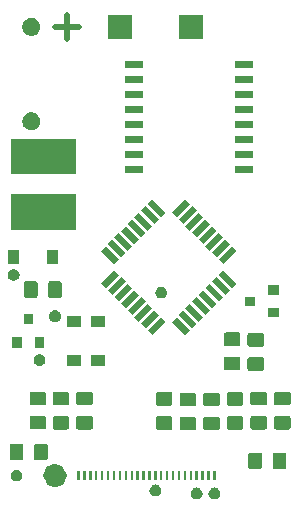
<source format=gbr>
G04 #@! TF.GenerationSoftware,KiCad,Pcbnew,5.1.0-060a0da~80~ubuntu18.04.1*
G04 #@! TF.CreationDate,2019-04-02T19:21:11+08:00*
G04 #@! TF.ProjectId,OTP-v02,4f54502d-7630-4322-9e6b-696361645f70,v01*
G04 #@! TF.SameCoordinates,Original*
G04 #@! TF.FileFunction,Soldermask,Top*
G04 #@! TF.FilePolarity,Negative*
%FSLAX46Y46*%
G04 Gerber Fmt 4.6, Leading zero omitted, Abs format (unit mm)*
G04 Created by KiCad (PCBNEW 5.1.0-060a0da~80~ubuntu18.04.1) date 2019-04-02 19:21:11*
%MOMM*%
%LPD*%
G04 APERTURE LIST*
%ADD10C,1.000000*%
%ADD11C,0.500000*%
%ADD12C,0.100000*%
G04 APERTURE END LIST*
D10*
X111000000Y-99000000D02*
G75*
G03X111000000Y-99000000I-500000J0D01*
G01*
D11*
X110500000Y-61000000D02*
X112500000Y-61000000D01*
X111500000Y-62000000D02*
X111500000Y-60000000D01*
D12*
G36*
X124145843Y-100019214D02*
G01*
X124145846Y-100019215D01*
X124145845Y-100019215D01*
X124236839Y-100056906D01*
X124278063Y-100084451D01*
X124318730Y-100111624D01*
X124388376Y-100181270D01*
X124443095Y-100263163D01*
X124480786Y-100354157D01*
X124500000Y-100450753D01*
X124500000Y-100549247D01*
X124480786Y-100645843D01*
X124445602Y-100730785D01*
X124443094Y-100736839D01*
X124388375Y-100818731D01*
X124318731Y-100888375D01*
X124236839Y-100943094D01*
X124236838Y-100943095D01*
X124236837Y-100943095D01*
X124145843Y-100980786D01*
X124049247Y-101000000D01*
X123950753Y-101000000D01*
X123854157Y-100980786D01*
X123763163Y-100943095D01*
X123763162Y-100943095D01*
X123763161Y-100943094D01*
X123681269Y-100888375D01*
X123611625Y-100818731D01*
X123556906Y-100736839D01*
X123554398Y-100730785D01*
X123519214Y-100645843D01*
X123500000Y-100549247D01*
X123500000Y-100450753D01*
X123519214Y-100354157D01*
X123556905Y-100263163D01*
X123611624Y-100181270D01*
X123681270Y-100111624D01*
X123721937Y-100084451D01*
X123763161Y-100056906D01*
X123854155Y-100019215D01*
X123854154Y-100019215D01*
X123854157Y-100019214D01*
X123950753Y-100000000D01*
X124049247Y-100000000D01*
X124145843Y-100019214D01*
X124145843Y-100019214D01*
G37*
G36*
X122645843Y-100019214D02*
G01*
X122645846Y-100019215D01*
X122645845Y-100019215D01*
X122736839Y-100056906D01*
X122778063Y-100084451D01*
X122818730Y-100111624D01*
X122888376Y-100181270D01*
X122943095Y-100263163D01*
X122980786Y-100354157D01*
X123000000Y-100450753D01*
X123000000Y-100549247D01*
X122980786Y-100645843D01*
X122945602Y-100730785D01*
X122943094Y-100736839D01*
X122888375Y-100818731D01*
X122818731Y-100888375D01*
X122736839Y-100943094D01*
X122736838Y-100943095D01*
X122736837Y-100943095D01*
X122645843Y-100980786D01*
X122549247Y-101000000D01*
X122450753Y-101000000D01*
X122354157Y-100980786D01*
X122263163Y-100943095D01*
X122263162Y-100943095D01*
X122263161Y-100943094D01*
X122181269Y-100888375D01*
X122111625Y-100818731D01*
X122056906Y-100736839D01*
X122054398Y-100730785D01*
X122019214Y-100645843D01*
X122000000Y-100549247D01*
X122000000Y-100450753D01*
X122019214Y-100354157D01*
X122056905Y-100263163D01*
X122111624Y-100181270D01*
X122181270Y-100111624D01*
X122221937Y-100084451D01*
X122263161Y-100056906D01*
X122354155Y-100019215D01*
X122354154Y-100019215D01*
X122354157Y-100019214D01*
X122450753Y-100000000D01*
X122549247Y-100000000D01*
X122645843Y-100019214D01*
X122645843Y-100019214D01*
G37*
G36*
X119145843Y-99769214D02*
G01*
X119145846Y-99769215D01*
X119145845Y-99769215D01*
X119236839Y-99806906D01*
X119278063Y-99834451D01*
X119318730Y-99861624D01*
X119388376Y-99931270D01*
X119443095Y-100013163D01*
X119480786Y-100104157D01*
X119500000Y-100200753D01*
X119500000Y-100299247D01*
X119480786Y-100395843D01*
X119443095Y-100486837D01*
X119388376Y-100568730D01*
X119318730Y-100638376D01*
X119278063Y-100665549D01*
X119236839Y-100693094D01*
X119236838Y-100693095D01*
X119236837Y-100693095D01*
X119145843Y-100730786D01*
X119049247Y-100750000D01*
X118950753Y-100750000D01*
X118854157Y-100730786D01*
X118763163Y-100693095D01*
X118763162Y-100693095D01*
X118763161Y-100693094D01*
X118721937Y-100665549D01*
X118681270Y-100638376D01*
X118611624Y-100568730D01*
X118556905Y-100486837D01*
X118519214Y-100395843D01*
X118500000Y-100299247D01*
X118500000Y-100200753D01*
X118519214Y-100104157D01*
X118556905Y-100013163D01*
X118611624Y-99931270D01*
X118681270Y-99861624D01*
X118721937Y-99834451D01*
X118763161Y-99806906D01*
X118854155Y-99769215D01*
X118854154Y-99769215D01*
X118854157Y-99769214D01*
X118950753Y-99750000D01*
X119049247Y-99750000D01*
X119145843Y-99769214D01*
X119145843Y-99769214D01*
G37*
G36*
X107395843Y-98519214D02*
G01*
X107395846Y-98519215D01*
X107395845Y-98519215D01*
X107486839Y-98556906D01*
X107528063Y-98584451D01*
X107568730Y-98611624D01*
X107638376Y-98681270D01*
X107693095Y-98763163D01*
X107730786Y-98854157D01*
X107750000Y-98950753D01*
X107750000Y-99049247D01*
X107730786Y-99145843D01*
X107730785Y-99145845D01*
X107693094Y-99236839D01*
X107638375Y-99318731D01*
X107568731Y-99388375D01*
X107486839Y-99443094D01*
X107486838Y-99443095D01*
X107486837Y-99443095D01*
X107395843Y-99480786D01*
X107299247Y-99500000D01*
X107200753Y-99500000D01*
X107104157Y-99480786D01*
X107013163Y-99443095D01*
X107013162Y-99443095D01*
X107013161Y-99443094D01*
X106931269Y-99388375D01*
X106861625Y-99318731D01*
X106806906Y-99236839D01*
X106769215Y-99145845D01*
X106769214Y-99145843D01*
X106750000Y-99049247D01*
X106750000Y-98950753D01*
X106769214Y-98854157D01*
X106806905Y-98763163D01*
X106861624Y-98681270D01*
X106931270Y-98611624D01*
X106971937Y-98584451D01*
X107013161Y-98556906D01*
X107104155Y-98519215D01*
X107104154Y-98519215D01*
X107104157Y-98519214D01*
X107200753Y-98500000D01*
X107299247Y-98500000D01*
X107395843Y-98519214D01*
X107395843Y-98519214D01*
G37*
G36*
X113100000Y-99400000D02*
G01*
X112900000Y-99400000D01*
X112900000Y-98600000D01*
X113100000Y-98600000D01*
X113100000Y-99400000D01*
X113100000Y-99400000D01*
G37*
G36*
X124100000Y-99400000D02*
G01*
X123900000Y-99400000D01*
X123900000Y-98600000D01*
X124100000Y-98600000D01*
X124100000Y-99400000D01*
X124100000Y-99400000D01*
G37*
G36*
X123600000Y-99400000D02*
G01*
X123400000Y-99400000D01*
X123400000Y-98600000D01*
X123600000Y-98600000D01*
X123600000Y-99400000D01*
X123600000Y-99400000D01*
G37*
G36*
X123100000Y-99400000D02*
G01*
X122900000Y-99400000D01*
X122900000Y-98600000D01*
X123100000Y-98600000D01*
X123100000Y-99400000D01*
X123100000Y-99400000D01*
G37*
G36*
X122600000Y-99400000D02*
G01*
X122400000Y-99400000D01*
X122400000Y-98600000D01*
X122600000Y-98600000D01*
X122600000Y-99400000D01*
X122600000Y-99400000D01*
G37*
G36*
X122100000Y-99400000D02*
G01*
X121900000Y-99400000D01*
X121900000Y-98600000D01*
X122100000Y-98600000D01*
X122100000Y-99400000D01*
X122100000Y-99400000D01*
G37*
G36*
X121600000Y-99400000D02*
G01*
X121400000Y-99400000D01*
X121400000Y-98600000D01*
X121600000Y-98600000D01*
X121600000Y-99400000D01*
X121600000Y-99400000D01*
G37*
G36*
X121100000Y-99400000D02*
G01*
X120900000Y-99400000D01*
X120900000Y-98600000D01*
X121100000Y-98600000D01*
X121100000Y-99400000D01*
X121100000Y-99400000D01*
G37*
G36*
X120600000Y-99400000D02*
G01*
X120400000Y-99400000D01*
X120400000Y-98600000D01*
X120600000Y-98600000D01*
X120600000Y-99400000D01*
X120600000Y-99400000D01*
G37*
G36*
X120100000Y-99400000D02*
G01*
X119900000Y-99400000D01*
X119900000Y-98600000D01*
X120100000Y-98600000D01*
X120100000Y-99400000D01*
X120100000Y-99400000D01*
G37*
G36*
X119600000Y-99400000D02*
G01*
X119400000Y-99400000D01*
X119400000Y-98600000D01*
X119600000Y-98600000D01*
X119600000Y-99400000D01*
X119600000Y-99400000D01*
G37*
G36*
X119100000Y-99400000D02*
G01*
X118900000Y-99400000D01*
X118900000Y-98600000D01*
X119100000Y-98600000D01*
X119100000Y-99400000D01*
X119100000Y-99400000D01*
G37*
G36*
X118100000Y-99400000D02*
G01*
X117900000Y-99400000D01*
X117900000Y-98600000D01*
X118100000Y-98600000D01*
X118100000Y-99400000D01*
X118100000Y-99400000D01*
G37*
G36*
X112600000Y-99400000D02*
G01*
X112400000Y-99400000D01*
X112400000Y-98600000D01*
X112600000Y-98600000D01*
X112600000Y-99400000D01*
X112600000Y-99400000D01*
G37*
G36*
X113600000Y-99400000D02*
G01*
X113400000Y-99400000D01*
X113400000Y-98600000D01*
X113600000Y-98600000D01*
X113600000Y-99400000D01*
X113600000Y-99400000D01*
G37*
G36*
X114100000Y-99400000D02*
G01*
X113900000Y-99400000D01*
X113900000Y-98600000D01*
X114100000Y-98600000D01*
X114100000Y-99400000D01*
X114100000Y-99400000D01*
G37*
G36*
X114600000Y-99400000D02*
G01*
X114400000Y-99400000D01*
X114400000Y-98600000D01*
X114600000Y-98600000D01*
X114600000Y-99400000D01*
X114600000Y-99400000D01*
G37*
G36*
X115100000Y-99400000D02*
G01*
X114900000Y-99400000D01*
X114900000Y-98600000D01*
X115100000Y-98600000D01*
X115100000Y-99400000D01*
X115100000Y-99400000D01*
G37*
G36*
X115600000Y-99400000D02*
G01*
X115400000Y-99400000D01*
X115400000Y-98600000D01*
X115600000Y-98600000D01*
X115600000Y-99400000D01*
X115600000Y-99400000D01*
G37*
G36*
X116100000Y-99400000D02*
G01*
X115900000Y-99400000D01*
X115900000Y-98600000D01*
X116100000Y-98600000D01*
X116100000Y-99400000D01*
X116100000Y-99400000D01*
G37*
G36*
X116600000Y-99400000D02*
G01*
X116400000Y-99400000D01*
X116400000Y-98600000D01*
X116600000Y-98600000D01*
X116600000Y-99400000D01*
X116600000Y-99400000D01*
G37*
G36*
X117100000Y-99400000D02*
G01*
X116900000Y-99400000D01*
X116900000Y-98600000D01*
X117100000Y-98600000D01*
X117100000Y-99400000D01*
X117100000Y-99400000D01*
G37*
G36*
X117600000Y-99400000D02*
G01*
X117400000Y-99400000D01*
X117400000Y-98600000D01*
X117600000Y-98600000D01*
X117600000Y-99400000D01*
X117600000Y-99400000D01*
G37*
G36*
X118600000Y-99400000D02*
G01*
X118400000Y-99400000D01*
X118400000Y-98600000D01*
X118600000Y-98600000D01*
X118600000Y-99400000D01*
X118600000Y-99400000D01*
G37*
G36*
X127880522Y-97054039D02*
G01*
X127914057Y-97064212D01*
X127944956Y-97080728D01*
X127972043Y-97102957D01*
X127994272Y-97130044D01*
X128010788Y-97160943D01*
X128020961Y-97194478D01*
X128025000Y-97235487D01*
X128025000Y-98264513D01*
X128020961Y-98305522D01*
X128010788Y-98339057D01*
X127994272Y-98369956D01*
X127972043Y-98397043D01*
X127944956Y-98419272D01*
X127914057Y-98435788D01*
X127880522Y-98445961D01*
X127839513Y-98450000D01*
X127060487Y-98450000D01*
X127019478Y-98445961D01*
X126985943Y-98435788D01*
X126955044Y-98419272D01*
X126927957Y-98397043D01*
X126905728Y-98369956D01*
X126889212Y-98339057D01*
X126879039Y-98305522D01*
X126875000Y-98264513D01*
X126875000Y-97235487D01*
X126879039Y-97194478D01*
X126889212Y-97160943D01*
X126905728Y-97130044D01*
X126927957Y-97102957D01*
X126955044Y-97080728D01*
X126985943Y-97064212D01*
X127019478Y-97054039D01*
X127060487Y-97050000D01*
X127839513Y-97050000D01*
X127880522Y-97054039D01*
X127880522Y-97054039D01*
G37*
G36*
X129930522Y-97054039D02*
G01*
X129964057Y-97064212D01*
X129994956Y-97080728D01*
X130022043Y-97102957D01*
X130044272Y-97130044D01*
X130060788Y-97160943D01*
X130070961Y-97194478D01*
X130075000Y-97235487D01*
X130075000Y-98264513D01*
X130070961Y-98305522D01*
X130060788Y-98339057D01*
X130044272Y-98369956D01*
X130022043Y-98397043D01*
X129994956Y-98419272D01*
X129964057Y-98435788D01*
X129930522Y-98445961D01*
X129889513Y-98450000D01*
X129110487Y-98450000D01*
X129069478Y-98445961D01*
X129035943Y-98435788D01*
X129005044Y-98419272D01*
X128977957Y-98397043D01*
X128955728Y-98369956D01*
X128939212Y-98339057D01*
X128929039Y-98305522D01*
X128925000Y-98264513D01*
X128925000Y-97235487D01*
X128929039Y-97194478D01*
X128939212Y-97160943D01*
X128955728Y-97130044D01*
X128977957Y-97102957D01*
X129005044Y-97080728D01*
X129035943Y-97064212D01*
X129069478Y-97054039D01*
X129110487Y-97050000D01*
X129889513Y-97050000D01*
X129930522Y-97054039D01*
X129930522Y-97054039D01*
G37*
G36*
X107680522Y-96304039D02*
G01*
X107714057Y-96314212D01*
X107744956Y-96330728D01*
X107772043Y-96352957D01*
X107794272Y-96380044D01*
X107810788Y-96410943D01*
X107820961Y-96444478D01*
X107825000Y-96485487D01*
X107825000Y-97514513D01*
X107820961Y-97555522D01*
X107810788Y-97589057D01*
X107794272Y-97619956D01*
X107772043Y-97647043D01*
X107744956Y-97669272D01*
X107714057Y-97685788D01*
X107680522Y-97695961D01*
X107639513Y-97700000D01*
X106860487Y-97700000D01*
X106819478Y-97695961D01*
X106785943Y-97685788D01*
X106755044Y-97669272D01*
X106727957Y-97647043D01*
X106705728Y-97619956D01*
X106689212Y-97589057D01*
X106679039Y-97555522D01*
X106675000Y-97514513D01*
X106675000Y-96485487D01*
X106679039Y-96444478D01*
X106689212Y-96410943D01*
X106705728Y-96380044D01*
X106727957Y-96352957D01*
X106755044Y-96330728D01*
X106785943Y-96314212D01*
X106819478Y-96304039D01*
X106860487Y-96300000D01*
X107639513Y-96300000D01*
X107680522Y-96304039D01*
X107680522Y-96304039D01*
G37*
G36*
X109730522Y-96304039D02*
G01*
X109764057Y-96314212D01*
X109794956Y-96330728D01*
X109822043Y-96352957D01*
X109844272Y-96380044D01*
X109860788Y-96410943D01*
X109870961Y-96444478D01*
X109875000Y-96485487D01*
X109875000Y-97514513D01*
X109870961Y-97555522D01*
X109860788Y-97589057D01*
X109844272Y-97619956D01*
X109822043Y-97647043D01*
X109794956Y-97669272D01*
X109764057Y-97685788D01*
X109730522Y-97695961D01*
X109689513Y-97700000D01*
X108910487Y-97700000D01*
X108869478Y-97695961D01*
X108835943Y-97685788D01*
X108805044Y-97669272D01*
X108777957Y-97647043D01*
X108755728Y-97619956D01*
X108739212Y-97589057D01*
X108729039Y-97555522D01*
X108725000Y-97514513D01*
X108725000Y-96485487D01*
X108729039Y-96444478D01*
X108739212Y-96410943D01*
X108755728Y-96380044D01*
X108777957Y-96352957D01*
X108805044Y-96330728D01*
X108835943Y-96314212D01*
X108869478Y-96304039D01*
X108910487Y-96300000D01*
X109689513Y-96300000D01*
X109730522Y-96304039D01*
X109730522Y-96304039D01*
G37*
G36*
X124305522Y-94029039D02*
G01*
X124339057Y-94039212D01*
X124369956Y-94055728D01*
X124397043Y-94077957D01*
X124419272Y-94105044D01*
X124435788Y-94135943D01*
X124445961Y-94169478D01*
X124450000Y-94210487D01*
X124450000Y-94989513D01*
X124445961Y-95030522D01*
X124435788Y-95064057D01*
X124419272Y-95094956D01*
X124397043Y-95122043D01*
X124369956Y-95144272D01*
X124339057Y-95160788D01*
X124305522Y-95170961D01*
X124264513Y-95175000D01*
X123235487Y-95175000D01*
X123194478Y-95170961D01*
X123160943Y-95160788D01*
X123130044Y-95144272D01*
X123102957Y-95122043D01*
X123080728Y-95094956D01*
X123064212Y-95064057D01*
X123054039Y-95030522D01*
X123050000Y-94989513D01*
X123050000Y-94210487D01*
X123054039Y-94169478D01*
X123064212Y-94135943D01*
X123080728Y-94105044D01*
X123102957Y-94077957D01*
X123130044Y-94055728D01*
X123160943Y-94039212D01*
X123194478Y-94029039D01*
X123235487Y-94025000D01*
X124264513Y-94025000D01*
X124305522Y-94029039D01*
X124305522Y-94029039D01*
G37*
G36*
X122305522Y-94029039D02*
G01*
X122339057Y-94039212D01*
X122369956Y-94055728D01*
X122397043Y-94077957D01*
X122419272Y-94105044D01*
X122435788Y-94135943D01*
X122445961Y-94169478D01*
X122450000Y-94210487D01*
X122450000Y-94989513D01*
X122445961Y-95030522D01*
X122435788Y-95064057D01*
X122419272Y-95094956D01*
X122397043Y-95122043D01*
X122369956Y-95144272D01*
X122339057Y-95160788D01*
X122305522Y-95170961D01*
X122264513Y-95175000D01*
X121235487Y-95175000D01*
X121194478Y-95170961D01*
X121160943Y-95160788D01*
X121130044Y-95144272D01*
X121102957Y-95122043D01*
X121080728Y-95094956D01*
X121064212Y-95064057D01*
X121054039Y-95030522D01*
X121050000Y-94989513D01*
X121050000Y-94210487D01*
X121054039Y-94169478D01*
X121064212Y-94135943D01*
X121080728Y-94105044D01*
X121102957Y-94077957D01*
X121130044Y-94055728D01*
X121160943Y-94039212D01*
X121194478Y-94029039D01*
X121235487Y-94025000D01*
X122264513Y-94025000D01*
X122305522Y-94029039D01*
X122305522Y-94029039D01*
G37*
G36*
X126305522Y-93979039D02*
G01*
X126339057Y-93989212D01*
X126369956Y-94005728D01*
X126397043Y-94027957D01*
X126419272Y-94055044D01*
X126435788Y-94085943D01*
X126445961Y-94119478D01*
X126450000Y-94160487D01*
X126450000Y-94939513D01*
X126445961Y-94980522D01*
X126435788Y-95014057D01*
X126419272Y-95044956D01*
X126397043Y-95072043D01*
X126369956Y-95094272D01*
X126339057Y-95110788D01*
X126305522Y-95120961D01*
X126264513Y-95125000D01*
X125235487Y-95125000D01*
X125194478Y-95120961D01*
X125160943Y-95110788D01*
X125130044Y-95094272D01*
X125102957Y-95072043D01*
X125080728Y-95044956D01*
X125064212Y-95014057D01*
X125054039Y-94980522D01*
X125050000Y-94939513D01*
X125050000Y-94160487D01*
X125054039Y-94119478D01*
X125064212Y-94085943D01*
X125080728Y-94055044D01*
X125102957Y-94027957D01*
X125130044Y-94005728D01*
X125160943Y-93989212D01*
X125194478Y-93979039D01*
X125235487Y-93975000D01*
X126264513Y-93975000D01*
X126305522Y-93979039D01*
X126305522Y-93979039D01*
G37*
G36*
X120305522Y-93979039D02*
G01*
X120339057Y-93989212D01*
X120369956Y-94005728D01*
X120397043Y-94027957D01*
X120419272Y-94055044D01*
X120435788Y-94085943D01*
X120445961Y-94119478D01*
X120450000Y-94160487D01*
X120450000Y-94939513D01*
X120445961Y-94980522D01*
X120435788Y-95014057D01*
X120419272Y-95044956D01*
X120397043Y-95072043D01*
X120369956Y-95094272D01*
X120339057Y-95110788D01*
X120305522Y-95120961D01*
X120264513Y-95125000D01*
X119235487Y-95125000D01*
X119194478Y-95120961D01*
X119160943Y-95110788D01*
X119130044Y-95094272D01*
X119102957Y-95072043D01*
X119080728Y-95044956D01*
X119064212Y-95014057D01*
X119054039Y-94980522D01*
X119050000Y-94939513D01*
X119050000Y-94160487D01*
X119054039Y-94119478D01*
X119064212Y-94085943D01*
X119080728Y-94055044D01*
X119102957Y-94027957D01*
X119130044Y-94005728D01*
X119160943Y-93989212D01*
X119194478Y-93979039D01*
X119235487Y-93975000D01*
X120264513Y-93975000D01*
X120305522Y-93979039D01*
X120305522Y-93979039D01*
G37*
G36*
X111555522Y-93954039D02*
G01*
X111589057Y-93964212D01*
X111619956Y-93980728D01*
X111647043Y-94002957D01*
X111669272Y-94030044D01*
X111685788Y-94060943D01*
X111695961Y-94094478D01*
X111700000Y-94135487D01*
X111700000Y-94914513D01*
X111695961Y-94955522D01*
X111685788Y-94989057D01*
X111669272Y-95019956D01*
X111647043Y-95047043D01*
X111619956Y-95069272D01*
X111589057Y-95085788D01*
X111555522Y-95095961D01*
X111514513Y-95100000D01*
X110485487Y-95100000D01*
X110444478Y-95095961D01*
X110410943Y-95085788D01*
X110380044Y-95069272D01*
X110352957Y-95047043D01*
X110330728Y-95019956D01*
X110314212Y-94989057D01*
X110304039Y-94955522D01*
X110300000Y-94914513D01*
X110300000Y-94135487D01*
X110304039Y-94094478D01*
X110314212Y-94060943D01*
X110330728Y-94030044D01*
X110352957Y-94002957D01*
X110380044Y-93980728D01*
X110410943Y-93964212D01*
X110444478Y-93954039D01*
X110485487Y-93950000D01*
X111514513Y-93950000D01*
X111555522Y-93954039D01*
X111555522Y-93954039D01*
G37*
G36*
X130305522Y-93954039D02*
G01*
X130339057Y-93964212D01*
X130369956Y-93980728D01*
X130397043Y-94002957D01*
X130419272Y-94030044D01*
X130435788Y-94060943D01*
X130445961Y-94094478D01*
X130450000Y-94135487D01*
X130450000Y-94914513D01*
X130445961Y-94955522D01*
X130435788Y-94989057D01*
X130419272Y-95019956D01*
X130397043Y-95047043D01*
X130369956Y-95069272D01*
X130339057Y-95085788D01*
X130305522Y-95095961D01*
X130264513Y-95100000D01*
X129235487Y-95100000D01*
X129194478Y-95095961D01*
X129160943Y-95085788D01*
X129130044Y-95069272D01*
X129102957Y-95047043D01*
X129080728Y-95019956D01*
X129064212Y-94989057D01*
X129054039Y-94955522D01*
X129050000Y-94914513D01*
X129050000Y-94135487D01*
X129054039Y-94094478D01*
X129064212Y-94060943D01*
X129080728Y-94030044D01*
X129102957Y-94002957D01*
X129130044Y-93980728D01*
X129160943Y-93964212D01*
X129194478Y-93954039D01*
X129235487Y-93950000D01*
X130264513Y-93950000D01*
X130305522Y-93954039D01*
X130305522Y-93954039D01*
G37*
G36*
X128305522Y-93954039D02*
G01*
X128339057Y-93964212D01*
X128369956Y-93980728D01*
X128397043Y-94002957D01*
X128419272Y-94030044D01*
X128435788Y-94060943D01*
X128445961Y-94094478D01*
X128450000Y-94135487D01*
X128450000Y-94914513D01*
X128445961Y-94955522D01*
X128435788Y-94989057D01*
X128419272Y-95019956D01*
X128397043Y-95047043D01*
X128369956Y-95069272D01*
X128339057Y-95085788D01*
X128305522Y-95095961D01*
X128264513Y-95100000D01*
X127235487Y-95100000D01*
X127194478Y-95095961D01*
X127160943Y-95085788D01*
X127130044Y-95069272D01*
X127102957Y-95047043D01*
X127080728Y-95019956D01*
X127064212Y-94989057D01*
X127054039Y-94955522D01*
X127050000Y-94914513D01*
X127050000Y-94135487D01*
X127054039Y-94094478D01*
X127064212Y-94060943D01*
X127080728Y-94030044D01*
X127102957Y-94002957D01*
X127130044Y-93980728D01*
X127160943Y-93964212D01*
X127194478Y-93954039D01*
X127235487Y-93950000D01*
X128264513Y-93950000D01*
X128305522Y-93954039D01*
X128305522Y-93954039D01*
G37*
G36*
X113555522Y-93954039D02*
G01*
X113589057Y-93964212D01*
X113619956Y-93980728D01*
X113647043Y-94002957D01*
X113669272Y-94030044D01*
X113685788Y-94060943D01*
X113695961Y-94094478D01*
X113700000Y-94135487D01*
X113700000Y-94914513D01*
X113695961Y-94955522D01*
X113685788Y-94989057D01*
X113669272Y-95019956D01*
X113647043Y-95047043D01*
X113619956Y-95069272D01*
X113589057Y-95085788D01*
X113555522Y-95095961D01*
X113514513Y-95100000D01*
X112485487Y-95100000D01*
X112444478Y-95095961D01*
X112410943Y-95085788D01*
X112380044Y-95069272D01*
X112352957Y-95047043D01*
X112330728Y-95019956D01*
X112314212Y-94989057D01*
X112304039Y-94955522D01*
X112300000Y-94914513D01*
X112300000Y-94135487D01*
X112304039Y-94094478D01*
X112314212Y-94060943D01*
X112330728Y-94030044D01*
X112352957Y-94002957D01*
X112380044Y-93980728D01*
X112410943Y-93964212D01*
X112444478Y-93954039D01*
X112485487Y-93950000D01*
X113514513Y-93950000D01*
X113555522Y-93954039D01*
X113555522Y-93954039D01*
G37*
G36*
X109604046Y-93942675D02*
G01*
X109637581Y-93952848D01*
X109668480Y-93969364D01*
X109695567Y-93991593D01*
X109717796Y-94018680D01*
X109734312Y-94049579D01*
X109744485Y-94083114D01*
X109748524Y-94124123D01*
X109748524Y-94903149D01*
X109744485Y-94944158D01*
X109734312Y-94977693D01*
X109717796Y-95008592D01*
X109695567Y-95035679D01*
X109668480Y-95057908D01*
X109637581Y-95074424D01*
X109604046Y-95084597D01*
X109563037Y-95088636D01*
X108534011Y-95088636D01*
X108493002Y-95084597D01*
X108459467Y-95074424D01*
X108428568Y-95057908D01*
X108401481Y-95035679D01*
X108379252Y-95008592D01*
X108362736Y-94977693D01*
X108352563Y-94944158D01*
X108348524Y-94903149D01*
X108348524Y-94124123D01*
X108352563Y-94083114D01*
X108362736Y-94049579D01*
X108379252Y-94018680D01*
X108401481Y-93991593D01*
X108428568Y-93969364D01*
X108459467Y-93952848D01*
X108493002Y-93942675D01*
X108534011Y-93938636D01*
X109563037Y-93938636D01*
X109604046Y-93942675D01*
X109604046Y-93942675D01*
G37*
G36*
X122305522Y-91979039D02*
G01*
X122339057Y-91989212D01*
X122369956Y-92005728D01*
X122397043Y-92027957D01*
X122419272Y-92055044D01*
X122435788Y-92085943D01*
X122445961Y-92119478D01*
X122450000Y-92160487D01*
X122450000Y-92939513D01*
X122445961Y-92980522D01*
X122435788Y-93014057D01*
X122419272Y-93044956D01*
X122397043Y-93072043D01*
X122369956Y-93094272D01*
X122339057Y-93110788D01*
X122305522Y-93120961D01*
X122264513Y-93125000D01*
X121235487Y-93125000D01*
X121194478Y-93120961D01*
X121160943Y-93110788D01*
X121130044Y-93094272D01*
X121102957Y-93072043D01*
X121080728Y-93044956D01*
X121064212Y-93014057D01*
X121054039Y-92980522D01*
X121050000Y-92939513D01*
X121050000Y-92160487D01*
X121054039Y-92119478D01*
X121064212Y-92085943D01*
X121080728Y-92055044D01*
X121102957Y-92027957D01*
X121130044Y-92005728D01*
X121160943Y-91989212D01*
X121194478Y-91979039D01*
X121235487Y-91975000D01*
X122264513Y-91975000D01*
X122305522Y-91979039D01*
X122305522Y-91979039D01*
G37*
G36*
X124305522Y-91979039D02*
G01*
X124339057Y-91989212D01*
X124369956Y-92005728D01*
X124397043Y-92027957D01*
X124419272Y-92055044D01*
X124435788Y-92085943D01*
X124445961Y-92119478D01*
X124450000Y-92160487D01*
X124450000Y-92939513D01*
X124445961Y-92980522D01*
X124435788Y-93014057D01*
X124419272Y-93044956D01*
X124397043Y-93072043D01*
X124369956Y-93094272D01*
X124339057Y-93110788D01*
X124305522Y-93120961D01*
X124264513Y-93125000D01*
X123235487Y-93125000D01*
X123194478Y-93120961D01*
X123160943Y-93110788D01*
X123130044Y-93094272D01*
X123102957Y-93072043D01*
X123080728Y-93044956D01*
X123064212Y-93014057D01*
X123054039Y-92980522D01*
X123050000Y-92939513D01*
X123050000Y-92160487D01*
X123054039Y-92119478D01*
X123064212Y-92085943D01*
X123080728Y-92055044D01*
X123102957Y-92027957D01*
X123130044Y-92005728D01*
X123160943Y-91989212D01*
X123194478Y-91979039D01*
X123235487Y-91975000D01*
X124264513Y-91975000D01*
X124305522Y-91979039D01*
X124305522Y-91979039D01*
G37*
G36*
X126305522Y-91929039D02*
G01*
X126339057Y-91939212D01*
X126369956Y-91955728D01*
X126397043Y-91977957D01*
X126419272Y-92005044D01*
X126435788Y-92035943D01*
X126445961Y-92069478D01*
X126450000Y-92110487D01*
X126450000Y-92889513D01*
X126445961Y-92930522D01*
X126435788Y-92964057D01*
X126419272Y-92994956D01*
X126397043Y-93022043D01*
X126369956Y-93044272D01*
X126339057Y-93060788D01*
X126305522Y-93070961D01*
X126264513Y-93075000D01*
X125235487Y-93075000D01*
X125194478Y-93070961D01*
X125160943Y-93060788D01*
X125130044Y-93044272D01*
X125102957Y-93022043D01*
X125080728Y-92994956D01*
X125064212Y-92964057D01*
X125054039Y-92930522D01*
X125050000Y-92889513D01*
X125050000Y-92110487D01*
X125054039Y-92069478D01*
X125064212Y-92035943D01*
X125080728Y-92005044D01*
X125102957Y-91977957D01*
X125130044Y-91955728D01*
X125160943Y-91939212D01*
X125194478Y-91929039D01*
X125235487Y-91925000D01*
X126264513Y-91925000D01*
X126305522Y-91929039D01*
X126305522Y-91929039D01*
G37*
G36*
X120305522Y-91929039D02*
G01*
X120339057Y-91939212D01*
X120369956Y-91955728D01*
X120397043Y-91977957D01*
X120419272Y-92005044D01*
X120435788Y-92035943D01*
X120445961Y-92069478D01*
X120450000Y-92110487D01*
X120450000Y-92889513D01*
X120445961Y-92930522D01*
X120435788Y-92964057D01*
X120419272Y-92994956D01*
X120397043Y-93022043D01*
X120369956Y-93044272D01*
X120339057Y-93060788D01*
X120305522Y-93070961D01*
X120264513Y-93075000D01*
X119235487Y-93075000D01*
X119194478Y-93070961D01*
X119160943Y-93060788D01*
X119130044Y-93044272D01*
X119102957Y-93022043D01*
X119080728Y-92994956D01*
X119064212Y-92964057D01*
X119054039Y-92930522D01*
X119050000Y-92889513D01*
X119050000Y-92110487D01*
X119054039Y-92069478D01*
X119064212Y-92035943D01*
X119080728Y-92005044D01*
X119102957Y-91977957D01*
X119130044Y-91955728D01*
X119160943Y-91939212D01*
X119194478Y-91929039D01*
X119235487Y-91925000D01*
X120264513Y-91925000D01*
X120305522Y-91929039D01*
X120305522Y-91929039D01*
G37*
G36*
X113555522Y-91904039D02*
G01*
X113589057Y-91914212D01*
X113619956Y-91930728D01*
X113647043Y-91952957D01*
X113669272Y-91980044D01*
X113685788Y-92010943D01*
X113695961Y-92044478D01*
X113700000Y-92085487D01*
X113700000Y-92864513D01*
X113695961Y-92905522D01*
X113685788Y-92939057D01*
X113669272Y-92969956D01*
X113647043Y-92997043D01*
X113619956Y-93019272D01*
X113589057Y-93035788D01*
X113555522Y-93045961D01*
X113514513Y-93050000D01*
X112485487Y-93050000D01*
X112444478Y-93045961D01*
X112410943Y-93035788D01*
X112380044Y-93019272D01*
X112352957Y-92997043D01*
X112330728Y-92969956D01*
X112314212Y-92939057D01*
X112304039Y-92905522D01*
X112300000Y-92864513D01*
X112300000Y-92085487D01*
X112304039Y-92044478D01*
X112314212Y-92010943D01*
X112330728Y-91980044D01*
X112352957Y-91952957D01*
X112380044Y-91930728D01*
X112410943Y-91914212D01*
X112444478Y-91904039D01*
X112485487Y-91900000D01*
X113514513Y-91900000D01*
X113555522Y-91904039D01*
X113555522Y-91904039D01*
G37*
G36*
X111555522Y-91904039D02*
G01*
X111589057Y-91914212D01*
X111619956Y-91930728D01*
X111647043Y-91952957D01*
X111669272Y-91980044D01*
X111685788Y-92010943D01*
X111695961Y-92044478D01*
X111700000Y-92085487D01*
X111700000Y-92864513D01*
X111695961Y-92905522D01*
X111685788Y-92939057D01*
X111669272Y-92969956D01*
X111647043Y-92997043D01*
X111619956Y-93019272D01*
X111589057Y-93035788D01*
X111555522Y-93045961D01*
X111514513Y-93050000D01*
X110485487Y-93050000D01*
X110444478Y-93045961D01*
X110410943Y-93035788D01*
X110380044Y-93019272D01*
X110352957Y-92997043D01*
X110330728Y-92969956D01*
X110314212Y-92939057D01*
X110304039Y-92905522D01*
X110300000Y-92864513D01*
X110300000Y-92085487D01*
X110304039Y-92044478D01*
X110314212Y-92010943D01*
X110330728Y-91980044D01*
X110352957Y-91952957D01*
X110380044Y-91930728D01*
X110410943Y-91914212D01*
X110444478Y-91904039D01*
X110485487Y-91900000D01*
X111514513Y-91900000D01*
X111555522Y-91904039D01*
X111555522Y-91904039D01*
G37*
G36*
X128305522Y-91904039D02*
G01*
X128339057Y-91914212D01*
X128369956Y-91930728D01*
X128397043Y-91952957D01*
X128419272Y-91980044D01*
X128435788Y-92010943D01*
X128445961Y-92044478D01*
X128450000Y-92085487D01*
X128450000Y-92864513D01*
X128445961Y-92905522D01*
X128435788Y-92939057D01*
X128419272Y-92969956D01*
X128397043Y-92997043D01*
X128369956Y-93019272D01*
X128339057Y-93035788D01*
X128305522Y-93045961D01*
X128264513Y-93050000D01*
X127235487Y-93050000D01*
X127194478Y-93045961D01*
X127160943Y-93035788D01*
X127130044Y-93019272D01*
X127102957Y-92997043D01*
X127080728Y-92969956D01*
X127064212Y-92939057D01*
X127054039Y-92905522D01*
X127050000Y-92864513D01*
X127050000Y-92085487D01*
X127054039Y-92044478D01*
X127064212Y-92010943D01*
X127080728Y-91980044D01*
X127102957Y-91952957D01*
X127130044Y-91930728D01*
X127160943Y-91914212D01*
X127194478Y-91904039D01*
X127235487Y-91900000D01*
X128264513Y-91900000D01*
X128305522Y-91904039D01*
X128305522Y-91904039D01*
G37*
G36*
X130305522Y-91904039D02*
G01*
X130339057Y-91914212D01*
X130369956Y-91930728D01*
X130397043Y-91952957D01*
X130419272Y-91980044D01*
X130435788Y-92010943D01*
X130445961Y-92044478D01*
X130450000Y-92085487D01*
X130450000Y-92864513D01*
X130445961Y-92905522D01*
X130435788Y-92939057D01*
X130419272Y-92969956D01*
X130397043Y-92997043D01*
X130369956Y-93019272D01*
X130339057Y-93035788D01*
X130305522Y-93045961D01*
X130264513Y-93050000D01*
X129235487Y-93050000D01*
X129194478Y-93045961D01*
X129160943Y-93035788D01*
X129130044Y-93019272D01*
X129102957Y-92997043D01*
X129080728Y-92969956D01*
X129064212Y-92939057D01*
X129054039Y-92905522D01*
X129050000Y-92864513D01*
X129050000Y-92085487D01*
X129054039Y-92044478D01*
X129064212Y-92010943D01*
X129080728Y-91980044D01*
X129102957Y-91952957D01*
X129130044Y-91930728D01*
X129160943Y-91914212D01*
X129194478Y-91904039D01*
X129235487Y-91900000D01*
X130264513Y-91900000D01*
X130305522Y-91904039D01*
X130305522Y-91904039D01*
G37*
G36*
X109604046Y-91892675D02*
G01*
X109637581Y-91902848D01*
X109668480Y-91919364D01*
X109695567Y-91941593D01*
X109717796Y-91968680D01*
X109734312Y-91999579D01*
X109744485Y-92033114D01*
X109748524Y-92074123D01*
X109748524Y-92853149D01*
X109744485Y-92894158D01*
X109734312Y-92927693D01*
X109717796Y-92958592D01*
X109695567Y-92985679D01*
X109668480Y-93007908D01*
X109637581Y-93024424D01*
X109604046Y-93034597D01*
X109563037Y-93038636D01*
X108534011Y-93038636D01*
X108493002Y-93034597D01*
X108459467Y-93024424D01*
X108428568Y-93007908D01*
X108401481Y-92985679D01*
X108379252Y-92958592D01*
X108362736Y-92927693D01*
X108352563Y-92894158D01*
X108348524Y-92853149D01*
X108348524Y-92074123D01*
X108352563Y-92033114D01*
X108362736Y-91999579D01*
X108379252Y-91968680D01*
X108401481Y-91941593D01*
X108428568Y-91919364D01*
X108459467Y-91902848D01*
X108493002Y-91892675D01*
X108534011Y-91888636D01*
X109563037Y-91888636D01*
X109604046Y-91892675D01*
X109604046Y-91892675D01*
G37*
G36*
X128055522Y-88979039D02*
G01*
X128089057Y-88989212D01*
X128119956Y-89005728D01*
X128147043Y-89027957D01*
X128169272Y-89055044D01*
X128185788Y-89085943D01*
X128195961Y-89119478D01*
X128200000Y-89160487D01*
X128200000Y-89939513D01*
X128195961Y-89980522D01*
X128185788Y-90014057D01*
X128169272Y-90044956D01*
X128147043Y-90072043D01*
X128119956Y-90094272D01*
X128089057Y-90110788D01*
X128055522Y-90120961D01*
X128014513Y-90125000D01*
X126985487Y-90125000D01*
X126944478Y-90120961D01*
X126910943Y-90110788D01*
X126880044Y-90094272D01*
X126852957Y-90072043D01*
X126830728Y-90044956D01*
X126814212Y-90014057D01*
X126804039Y-89980522D01*
X126800000Y-89939513D01*
X126800000Y-89160487D01*
X126804039Y-89119478D01*
X126814212Y-89085943D01*
X126830728Y-89055044D01*
X126852957Y-89027957D01*
X126880044Y-89005728D01*
X126910943Y-88989212D01*
X126944478Y-88979039D01*
X126985487Y-88975000D01*
X128014513Y-88975000D01*
X128055522Y-88979039D01*
X128055522Y-88979039D01*
G37*
G36*
X126055522Y-88929039D02*
G01*
X126089057Y-88939212D01*
X126119956Y-88955728D01*
X126147043Y-88977957D01*
X126169272Y-89005044D01*
X126185788Y-89035943D01*
X126195961Y-89069478D01*
X126200000Y-89110487D01*
X126200000Y-89889513D01*
X126195961Y-89930522D01*
X126185788Y-89964057D01*
X126169272Y-89994956D01*
X126147043Y-90022043D01*
X126119956Y-90044272D01*
X126089057Y-90060788D01*
X126055522Y-90070961D01*
X126014513Y-90075000D01*
X124985487Y-90075000D01*
X124944478Y-90070961D01*
X124910943Y-90060788D01*
X124880044Y-90044272D01*
X124852957Y-90022043D01*
X124830728Y-89994956D01*
X124814212Y-89964057D01*
X124804039Y-89930522D01*
X124800000Y-89889513D01*
X124800000Y-89110487D01*
X124804039Y-89069478D01*
X124814212Y-89035943D01*
X124830728Y-89005044D01*
X124852957Y-88977957D01*
X124880044Y-88955728D01*
X124910943Y-88939212D01*
X124944478Y-88929039D01*
X124985487Y-88925000D01*
X126014513Y-88925000D01*
X126055522Y-88929039D01*
X126055522Y-88929039D01*
G37*
G36*
X112717973Y-89712500D02*
G01*
X111517973Y-89712500D01*
X111517973Y-88812500D01*
X112717973Y-88812500D01*
X112717973Y-89712500D01*
X112717973Y-89712500D01*
G37*
G36*
X114717973Y-89712500D02*
G01*
X113517973Y-89712500D01*
X113517973Y-88812500D01*
X114717973Y-88812500D01*
X114717973Y-89712500D01*
X114717973Y-89712500D01*
G37*
G36*
X109345843Y-88719214D02*
G01*
X109345846Y-88719215D01*
X109345845Y-88719215D01*
X109436839Y-88756906D01*
X109518731Y-88811625D01*
X109588375Y-88881269D01*
X109627092Y-88939212D01*
X109643095Y-88963163D01*
X109680786Y-89054157D01*
X109700000Y-89150753D01*
X109700000Y-89249247D01*
X109680786Y-89345843D01*
X109680785Y-89345845D01*
X109643094Y-89436839D01*
X109588375Y-89518731D01*
X109518731Y-89588375D01*
X109436839Y-89643094D01*
X109436838Y-89643095D01*
X109436837Y-89643095D01*
X109345843Y-89680786D01*
X109249247Y-89700000D01*
X109150753Y-89700000D01*
X109054157Y-89680786D01*
X108963163Y-89643095D01*
X108963162Y-89643095D01*
X108963161Y-89643094D01*
X108881269Y-89588375D01*
X108811625Y-89518731D01*
X108756906Y-89436839D01*
X108719215Y-89345845D01*
X108719214Y-89345843D01*
X108700000Y-89249247D01*
X108700000Y-89150753D01*
X108719214Y-89054157D01*
X108756905Y-88963163D01*
X108772909Y-88939212D01*
X108811625Y-88881269D01*
X108881269Y-88811625D01*
X108963161Y-88756906D01*
X109054155Y-88719215D01*
X109054154Y-88719215D01*
X109054157Y-88719214D01*
X109150753Y-88700000D01*
X109249247Y-88700000D01*
X109345843Y-88719214D01*
X109345843Y-88719214D01*
G37*
G36*
X109600000Y-88200000D02*
G01*
X108800000Y-88200000D01*
X108800000Y-87300000D01*
X109600000Y-87300000D01*
X109600000Y-88200000D01*
X109600000Y-88200000D01*
G37*
G36*
X107700000Y-88200000D02*
G01*
X106900000Y-88200000D01*
X106900000Y-87300000D01*
X107700000Y-87300000D01*
X107700000Y-88200000D01*
X107700000Y-88200000D01*
G37*
G36*
X128055522Y-86929039D02*
G01*
X128089057Y-86939212D01*
X128119956Y-86955728D01*
X128147043Y-86977957D01*
X128169272Y-87005044D01*
X128185788Y-87035943D01*
X128195961Y-87069478D01*
X128200000Y-87110487D01*
X128200000Y-87889513D01*
X128195961Y-87930522D01*
X128185788Y-87964057D01*
X128169272Y-87994956D01*
X128147043Y-88022043D01*
X128119956Y-88044272D01*
X128089057Y-88060788D01*
X128055522Y-88070961D01*
X128014513Y-88075000D01*
X126985487Y-88075000D01*
X126944478Y-88070961D01*
X126910943Y-88060788D01*
X126880044Y-88044272D01*
X126852957Y-88022043D01*
X126830728Y-87994956D01*
X126814212Y-87964057D01*
X126804039Y-87930522D01*
X126800000Y-87889513D01*
X126800000Y-87110487D01*
X126804039Y-87069478D01*
X126814212Y-87035943D01*
X126830728Y-87005044D01*
X126852957Y-86977957D01*
X126880044Y-86955728D01*
X126910943Y-86939212D01*
X126944478Y-86929039D01*
X126985487Y-86925000D01*
X128014513Y-86925000D01*
X128055522Y-86929039D01*
X128055522Y-86929039D01*
G37*
G36*
X126055522Y-86879039D02*
G01*
X126089057Y-86889212D01*
X126119956Y-86905728D01*
X126147043Y-86927957D01*
X126169272Y-86955044D01*
X126185788Y-86985943D01*
X126195961Y-87019478D01*
X126200000Y-87060487D01*
X126200000Y-87839513D01*
X126195961Y-87880522D01*
X126185788Y-87914057D01*
X126169272Y-87944956D01*
X126147043Y-87972043D01*
X126119956Y-87994272D01*
X126089057Y-88010788D01*
X126055522Y-88020961D01*
X126014513Y-88025000D01*
X124985487Y-88025000D01*
X124944478Y-88020961D01*
X124910943Y-88010788D01*
X124880044Y-87994272D01*
X124852957Y-87972043D01*
X124830728Y-87944956D01*
X124814212Y-87914057D01*
X124804039Y-87880522D01*
X124800000Y-87839513D01*
X124800000Y-87060487D01*
X124804039Y-87019478D01*
X124814212Y-86985943D01*
X124830728Y-86955044D01*
X124852957Y-86927957D01*
X124880044Y-86905728D01*
X124910943Y-86889212D01*
X124944478Y-86879039D01*
X124985487Y-86875000D01*
X126014513Y-86875000D01*
X126055522Y-86879039D01*
X126055522Y-86879039D01*
G37*
G36*
X119881103Y-85957196D02*
G01*
X118749732Y-87088567D01*
X118360823Y-86699658D01*
X119492194Y-85568287D01*
X119881103Y-85957196D01*
X119881103Y-85957196D01*
G37*
G36*
X121931713Y-86699658D02*
G01*
X121542804Y-87088567D01*
X120411433Y-85957196D01*
X120800342Y-85568287D01*
X121931713Y-86699658D01*
X121931713Y-86699658D01*
G37*
G36*
X122497398Y-86133972D02*
G01*
X122108489Y-86522881D01*
X120977118Y-85391510D01*
X121366027Y-85002601D01*
X122497398Y-86133972D01*
X122497398Y-86133972D01*
G37*
G36*
X119315418Y-85391510D02*
G01*
X118184047Y-86522881D01*
X117795138Y-86133972D01*
X118926509Y-85002601D01*
X119315418Y-85391510D01*
X119315418Y-85391510D01*
G37*
G36*
X114717973Y-86412500D02*
G01*
X113517973Y-86412500D01*
X113517973Y-85512500D01*
X114717973Y-85512500D01*
X114717973Y-86412500D01*
X114717973Y-86412500D01*
G37*
G36*
X112717973Y-86412500D02*
G01*
X111517973Y-86412500D01*
X111517973Y-85512500D01*
X112717973Y-85512500D01*
X112717973Y-86412500D01*
X112717973Y-86412500D01*
G37*
G36*
X108650000Y-86200000D02*
G01*
X107850000Y-86200000D01*
X107850000Y-85300000D01*
X108650000Y-85300000D01*
X108650000Y-86200000D01*
X108650000Y-86200000D01*
G37*
G36*
X110645843Y-85019214D02*
G01*
X110645846Y-85019215D01*
X110645845Y-85019215D01*
X110736839Y-85056906D01*
X110778063Y-85084451D01*
X110818730Y-85111624D01*
X110888376Y-85181270D01*
X110943095Y-85263163D01*
X110980786Y-85354157D01*
X111000000Y-85450753D01*
X111000000Y-85549247D01*
X110980786Y-85645843D01*
X110980785Y-85645845D01*
X110943094Y-85736839D01*
X110888375Y-85818731D01*
X110818731Y-85888375D01*
X110736839Y-85943094D01*
X110736838Y-85943095D01*
X110736837Y-85943095D01*
X110645843Y-85980786D01*
X110549247Y-86000000D01*
X110450753Y-86000000D01*
X110354157Y-85980786D01*
X110263163Y-85943095D01*
X110263162Y-85943095D01*
X110263161Y-85943094D01*
X110181269Y-85888375D01*
X110111625Y-85818731D01*
X110056906Y-85736839D01*
X110019215Y-85645845D01*
X110019214Y-85645843D01*
X110000000Y-85549247D01*
X110000000Y-85450753D01*
X110019214Y-85354157D01*
X110056905Y-85263163D01*
X110111624Y-85181270D01*
X110181270Y-85111624D01*
X110221937Y-85084451D01*
X110263161Y-85056906D01*
X110354155Y-85019215D01*
X110354154Y-85019215D01*
X110354157Y-85019214D01*
X110450753Y-85000000D01*
X110549247Y-85000000D01*
X110645843Y-85019214D01*
X110645843Y-85019214D01*
G37*
G36*
X123063084Y-85568287D02*
G01*
X122674175Y-85957196D01*
X121542804Y-84825825D01*
X121931713Y-84436916D01*
X123063084Y-85568287D01*
X123063084Y-85568287D01*
G37*
G36*
X118749732Y-84825825D02*
G01*
X117618361Y-85957196D01*
X117229452Y-85568287D01*
X118360823Y-84436916D01*
X118749732Y-84825825D01*
X118749732Y-84825825D01*
G37*
G36*
X129450000Y-85600000D02*
G01*
X128550000Y-85600000D01*
X128550000Y-84800000D01*
X129450000Y-84800000D01*
X129450000Y-85600000D01*
X129450000Y-85600000D01*
G37*
G36*
X118184047Y-84260140D02*
G01*
X117052676Y-85391511D01*
X116663767Y-85002602D01*
X117795138Y-83871231D01*
X118184047Y-84260140D01*
X118184047Y-84260140D01*
G37*
G36*
X123628769Y-85002602D02*
G01*
X123239860Y-85391511D01*
X122108489Y-84260140D01*
X122497398Y-83871231D01*
X123628769Y-85002602D01*
X123628769Y-85002602D01*
G37*
G36*
X124194455Y-84436916D02*
G01*
X123805546Y-84825825D01*
X122674175Y-83694454D01*
X123063084Y-83305545D01*
X124194455Y-84436916D01*
X124194455Y-84436916D01*
G37*
G36*
X117618361Y-83694454D02*
G01*
X116486990Y-84825825D01*
X116098081Y-84436916D01*
X117229452Y-83305545D01*
X117618361Y-83694454D01*
X117618361Y-83694454D01*
G37*
G36*
X127450000Y-84650000D02*
G01*
X126550000Y-84650000D01*
X126550000Y-83850000D01*
X127450000Y-83850000D01*
X127450000Y-84650000D01*
X127450000Y-84650000D01*
G37*
G36*
X124760140Y-83871231D02*
G01*
X124371231Y-84260140D01*
X123239860Y-83128769D01*
X123628769Y-82739860D01*
X124760140Y-83871231D01*
X124760140Y-83871231D01*
G37*
G36*
X117052676Y-83128769D02*
G01*
X115921305Y-84260140D01*
X115532396Y-83871231D01*
X116663767Y-82739860D01*
X117052676Y-83128769D01*
X117052676Y-83128769D01*
G37*
G36*
X119645843Y-83019214D02*
G01*
X119645846Y-83019215D01*
X119645845Y-83019215D01*
X119736839Y-83056906D01*
X119778063Y-83084451D01*
X119818730Y-83111624D01*
X119888376Y-83181270D01*
X119943095Y-83263163D01*
X119980786Y-83354157D01*
X120000000Y-83450753D01*
X120000000Y-83549247D01*
X119980786Y-83645843D01*
X119958353Y-83700000D01*
X119943094Y-83736839D01*
X119888375Y-83818731D01*
X119818731Y-83888375D01*
X119736839Y-83943094D01*
X119736838Y-83943095D01*
X119736837Y-83943095D01*
X119645843Y-83980786D01*
X119549247Y-84000000D01*
X119450753Y-84000000D01*
X119354157Y-83980786D01*
X119263163Y-83943095D01*
X119263162Y-83943095D01*
X119263161Y-83943094D01*
X119181269Y-83888375D01*
X119111625Y-83818731D01*
X119056906Y-83736839D01*
X119041647Y-83700000D01*
X119019214Y-83645843D01*
X119000000Y-83549247D01*
X119000000Y-83450753D01*
X119019214Y-83354157D01*
X119056905Y-83263163D01*
X119111624Y-83181270D01*
X119181270Y-83111624D01*
X119221937Y-83084451D01*
X119263161Y-83056906D01*
X119354155Y-83019215D01*
X119354154Y-83019215D01*
X119354157Y-83019214D01*
X119450753Y-83000000D01*
X119549247Y-83000000D01*
X119645843Y-83019214D01*
X119645843Y-83019214D01*
G37*
G36*
X110930522Y-82554039D02*
G01*
X110964057Y-82564212D01*
X110994956Y-82580728D01*
X111022043Y-82602957D01*
X111044272Y-82630044D01*
X111060788Y-82660943D01*
X111070961Y-82694478D01*
X111075000Y-82735487D01*
X111075000Y-83764513D01*
X111070961Y-83805522D01*
X111060788Y-83839057D01*
X111044272Y-83869956D01*
X111022043Y-83897043D01*
X110994956Y-83919272D01*
X110964057Y-83935788D01*
X110930522Y-83945961D01*
X110889513Y-83950000D01*
X110110487Y-83950000D01*
X110069478Y-83945961D01*
X110035943Y-83935788D01*
X110005044Y-83919272D01*
X109977957Y-83897043D01*
X109955728Y-83869956D01*
X109939212Y-83839057D01*
X109929039Y-83805522D01*
X109925000Y-83764513D01*
X109925000Y-82735487D01*
X109929039Y-82694478D01*
X109939212Y-82660943D01*
X109955728Y-82630044D01*
X109977957Y-82602957D01*
X110005044Y-82580728D01*
X110035943Y-82564212D01*
X110069478Y-82554039D01*
X110110487Y-82550000D01*
X110889513Y-82550000D01*
X110930522Y-82554039D01*
X110930522Y-82554039D01*
G37*
G36*
X108880522Y-82554039D02*
G01*
X108914057Y-82564212D01*
X108944956Y-82580728D01*
X108972043Y-82602957D01*
X108994272Y-82630044D01*
X109010788Y-82660943D01*
X109020961Y-82694478D01*
X109025000Y-82735487D01*
X109025000Y-83764513D01*
X109020961Y-83805522D01*
X109010788Y-83839057D01*
X108994272Y-83869956D01*
X108972043Y-83897043D01*
X108944956Y-83919272D01*
X108914057Y-83935788D01*
X108880522Y-83945961D01*
X108839513Y-83950000D01*
X108060487Y-83950000D01*
X108019478Y-83945961D01*
X107985943Y-83935788D01*
X107955044Y-83919272D01*
X107927957Y-83897043D01*
X107905728Y-83869956D01*
X107889212Y-83839057D01*
X107879039Y-83805522D01*
X107875000Y-83764513D01*
X107875000Y-82735487D01*
X107879039Y-82694478D01*
X107889212Y-82660943D01*
X107905728Y-82630044D01*
X107927957Y-82602957D01*
X107955044Y-82580728D01*
X107985943Y-82564212D01*
X108019478Y-82554039D01*
X108060487Y-82550000D01*
X108839513Y-82550000D01*
X108880522Y-82554039D01*
X108880522Y-82554039D01*
G37*
G36*
X129450000Y-83700000D02*
G01*
X128550000Y-83700000D01*
X128550000Y-82900000D01*
X129450000Y-82900000D01*
X129450000Y-83700000D01*
X129450000Y-83700000D01*
G37*
G36*
X125325825Y-83305545D02*
G01*
X124936916Y-83694454D01*
X123805545Y-82563083D01*
X124194454Y-82174174D01*
X125325825Y-83305545D01*
X125325825Y-83305545D01*
G37*
G36*
X116486991Y-82563083D02*
G01*
X115355620Y-83694454D01*
X114966711Y-83305545D01*
X116098082Y-82174174D01*
X116486991Y-82563083D01*
X116486991Y-82563083D01*
G37*
G36*
X115921305Y-81997398D02*
G01*
X114789934Y-83128769D01*
X114401025Y-82739860D01*
X115532396Y-81608489D01*
X115921305Y-81997398D01*
X115921305Y-81997398D01*
G37*
G36*
X125891511Y-82739860D02*
G01*
X125502602Y-83128769D01*
X124371231Y-81997398D01*
X124760140Y-81608489D01*
X125891511Y-82739860D01*
X125891511Y-82739860D01*
G37*
G36*
X107145843Y-81519214D02*
G01*
X107145846Y-81519215D01*
X107145845Y-81519215D01*
X107236839Y-81556906D01*
X107278063Y-81584451D01*
X107318730Y-81611624D01*
X107388376Y-81681270D01*
X107443095Y-81763163D01*
X107480786Y-81854157D01*
X107500000Y-81950753D01*
X107500000Y-82049247D01*
X107480786Y-82145843D01*
X107480785Y-82145845D01*
X107443094Y-82236839D01*
X107388375Y-82318731D01*
X107318731Y-82388375D01*
X107236839Y-82443094D01*
X107236838Y-82443095D01*
X107236837Y-82443095D01*
X107145843Y-82480786D01*
X107049247Y-82500000D01*
X106950753Y-82500000D01*
X106854157Y-82480786D01*
X106763163Y-82443095D01*
X106763162Y-82443095D01*
X106763161Y-82443094D01*
X106681269Y-82388375D01*
X106611625Y-82318731D01*
X106556906Y-82236839D01*
X106519215Y-82145845D01*
X106519214Y-82145843D01*
X106500000Y-82049247D01*
X106500000Y-81950753D01*
X106519214Y-81854157D01*
X106556905Y-81763163D01*
X106611624Y-81681270D01*
X106681270Y-81611624D01*
X106721937Y-81584451D01*
X106763161Y-81556906D01*
X106854155Y-81519215D01*
X106854154Y-81519215D01*
X106854157Y-81519214D01*
X106950753Y-81500000D01*
X107049247Y-81500000D01*
X107145843Y-81519214D01*
X107145843Y-81519214D01*
G37*
G36*
X107450000Y-81100000D02*
G01*
X106550000Y-81100000D01*
X106550000Y-79900000D01*
X107450000Y-79900000D01*
X107450000Y-81100000D01*
X107450000Y-81100000D01*
G37*
G36*
X110750000Y-81100000D02*
G01*
X109850000Y-81100000D01*
X109850000Y-79900000D01*
X110750000Y-79900000D01*
X110750000Y-81100000D01*
X110750000Y-81100000D01*
G37*
G36*
X125891511Y-79946788D02*
G01*
X124760140Y-81078159D01*
X124371231Y-80689250D01*
X125502602Y-79557879D01*
X125891511Y-79946788D01*
X125891511Y-79946788D01*
G37*
G36*
X115921305Y-80689250D02*
G01*
X115532396Y-81078159D01*
X114401025Y-79946788D01*
X114789934Y-79557879D01*
X115921305Y-80689250D01*
X115921305Y-80689250D01*
G37*
G36*
X125325825Y-79381103D02*
G01*
X124194454Y-80512474D01*
X123805545Y-80123565D01*
X124936916Y-78992194D01*
X125325825Y-79381103D01*
X125325825Y-79381103D01*
G37*
G36*
X116486991Y-80123565D02*
G01*
X116098082Y-80512474D01*
X114966711Y-79381103D01*
X115355620Y-78992194D01*
X116486991Y-80123565D01*
X116486991Y-80123565D01*
G37*
G36*
X117052676Y-79557879D02*
G01*
X116663767Y-79946788D01*
X115532396Y-78815417D01*
X115921305Y-78426508D01*
X117052676Y-79557879D01*
X117052676Y-79557879D01*
G37*
G36*
X124760140Y-78815417D02*
G01*
X123628769Y-79946788D01*
X123239860Y-79557879D01*
X124371231Y-78426508D01*
X124760140Y-78815417D01*
X124760140Y-78815417D01*
G37*
G36*
X124194455Y-78249732D02*
G01*
X123063084Y-79381103D01*
X122674175Y-78992194D01*
X123805546Y-77860823D01*
X124194455Y-78249732D01*
X124194455Y-78249732D01*
G37*
G36*
X117618361Y-78992194D02*
G01*
X117229452Y-79381103D01*
X116098081Y-78249732D01*
X116486990Y-77860823D01*
X117618361Y-78992194D01*
X117618361Y-78992194D01*
G37*
G36*
X118184047Y-78426508D02*
G01*
X117795138Y-78815417D01*
X116663767Y-77684046D01*
X117052676Y-77295137D01*
X118184047Y-78426508D01*
X118184047Y-78426508D01*
G37*
G36*
X123628769Y-77684046D02*
G01*
X122497398Y-78815417D01*
X122108489Y-78426508D01*
X123239860Y-77295137D01*
X123628769Y-77684046D01*
X123628769Y-77684046D01*
G37*
G36*
X118749732Y-77860823D02*
G01*
X118360823Y-78249732D01*
X117229452Y-77118361D01*
X117618361Y-76729452D01*
X118749732Y-77860823D01*
X118749732Y-77860823D01*
G37*
G36*
X123063084Y-77118361D02*
G01*
X121931713Y-78249732D01*
X121542804Y-77860823D01*
X122674175Y-76729452D01*
X123063084Y-77118361D01*
X123063084Y-77118361D01*
G37*
G36*
X112250000Y-78200000D02*
G01*
X106750000Y-78200000D01*
X106750000Y-75200000D01*
X112250000Y-75200000D01*
X112250000Y-78200000D01*
X112250000Y-78200000D01*
G37*
G36*
X119315418Y-77295138D02*
G01*
X118926509Y-77684047D01*
X117795138Y-76552676D01*
X118184047Y-76163767D01*
X119315418Y-77295138D01*
X119315418Y-77295138D01*
G37*
G36*
X122497398Y-76552676D02*
G01*
X121366027Y-77684047D01*
X120977118Y-77295138D01*
X122108489Y-76163767D01*
X122497398Y-76552676D01*
X122497398Y-76552676D01*
G37*
G36*
X121931713Y-75986990D02*
G01*
X120800342Y-77118361D01*
X120411433Y-76729452D01*
X121542804Y-75598081D01*
X121931713Y-75986990D01*
X121931713Y-75986990D01*
G37*
G36*
X119881103Y-76729452D02*
G01*
X119492194Y-77118361D01*
X118360823Y-75986990D01*
X118749732Y-75598081D01*
X119881103Y-76729452D01*
X119881103Y-76729452D01*
G37*
G36*
X112250000Y-73500000D02*
G01*
X106750000Y-73500000D01*
X106750000Y-70500000D01*
X112250000Y-70500000D01*
X112250000Y-73500000D01*
X112250000Y-73500000D01*
G37*
G36*
X127250000Y-73420000D02*
G01*
X125750000Y-73420000D01*
X125750000Y-72820000D01*
X127250000Y-72820000D01*
X127250000Y-73420000D01*
X127250000Y-73420000D01*
G37*
G36*
X117950000Y-73420000D02*
G01*
X116450000Y-73420000D01*
X116450000Y-72820000D01*
X117950000Y-72820000D01*
X117950000Y-73420000D01*
X117950000Y-73420000D01*
G37*
G36*
X127250000Y-72150000D02*
G01*
X125750000Y-72150000D01*
X125750000Y-71550000D01*
X127250000Y-71550000D01*
X127250000Y-72150000D01*
X127250000Y-72150000D01*
G37*
G36*
X117950000Y-72150000D02*
G01*
X116450000Y-72150000D01*
X116450000Y-71550000D01*
X117950000Y-71550000D01*
X117950000Y-72150000D01*
X117950000Y-72150000D01*
G37*
G36*
X117950000Y-70880000D02*
G01*
X116450000Y-70880000D01*
X116450000Y-70280000D01*
X117950000Y-70280000D01*
X117950000Y-70880000D01*
X117950000Y-70880000D01*
G37*
G36*
X127250000Y-70880000D02*
G01*
X125750000Y-70880000D01*
X125750000Y-70280000D01*
X127250000Y-70280000D01*
X127250000Y-70880000D01*
X127250000Y-70880000D01*
G37*
G36*
X108673195Y-68257522D02*
G01*
X108722267Y-68267283D01*
X108860942Y-68324724D01*
X108985747Y-68408116D01*
X109091884Y-68514253D01*
X109175276Y-68639058D01*
X109232717Y-68777733D01*
X109262000Y-68924950D01*
X109262000Y-69075050D01*
X109232717Y-69222267D01*
X109175276Y-69360942D01*
X109091884Y-69485747D01*
X108985747Y-69591884D01*
X108860942Y-69675276D01*
X108722267Y-69732717D01*
X108673195Y-69742478D01*
X108575052Y-69762000D01*
X108424948Y-69762000D01*
X108326805Y-69742478D01*
X108277733Y-69732717D01*
X108139058Y-69675276D01*
X108014253Y-69591884D01*
X107908116Y-69485747D01*
X107824724Y-69360942D01*
X107767283Y-69222267D01*
X107738000Y-69075050D01*
X107738000Y-68924950D01*
X107767283Y-68777733D01*
X107824724Y-68639058D01*
X107908116Y-68514253D01*
X108014253Y-68408116D01*
X108139058Y-68324724D01*
X108277733Y-68267283D01*
X108326805Y-68257522D01*
X108424948Y-68238000D01*
X108575052Y-68238000D01*
X108673195Y-68257522D01*
X108673195Y-68257522D01*
G37*
G36*
X127250000Y-69610000D02*
G01*
X125750000Y-69610000D01*
X125750000Y-69010000D01*
X127250000Y-69010000D01*
X127250000Y-69610000D01*
X127250000Y-69610000D01*
G37*
G36*
X117950000Y-69610000D02*
G01*
X116450000Y-69610000D01*
X116450000Y-69010000D01*
X117950000Y-69010000D01*
X117950000Y-69610000D01*
X117950000Y-69610000D01*
G37*
G36*
X117950000Y-68340000D02*
G01*
X116450000Y-68340000D01*
X116450000Y-67740000D01*
X117950000Y-67740000D01*
X117950000Y-68340000D01*
X117950000Y-68340000D01*
G37*
G36*
X127250000Y-68340000D02*
G01*
X125750000Y-68340000D01*
X125750000Y-67740000D01*
X127250000Y-67740000D01*
X127250000Y-68340000D01*
X127250000Y-68340000D01*
G37*
G36*
X117950000Y-67070000D02*
G01*
X116450000Y-67070000D01*
X116450000Y-66470000D01*
X117950000Y-66470000D01*
X117950000Y-67070000D01*
X117950000Y-67070000D01*
G37*
G36*
X127250000Y-67070000D02*
G01*
X125750000Y-67070000D01*
X125750000Y-66470000D01*
X127250000Y-66470000D01*
X127250000Y-67070000D01*
X127250000Y-67070000D01*
G37*
G36*
X127250000Y-65800000D02*
G01*
X125750000Y-65800000D01*
X125750000Y-65200000D01*
X127250000Y-65200000D01*
X127250000Y-65800000D01*
X127250000Y-65800000D01*
G37*
G36*
X117950000Y-65800000D02*
G01*
X116450000Y-65800000D01*
X116450000Y-65200000D01*
X117950000Y-65200000D01*
X117950000Y-65800000D01*
X117950000Y-65800000D01*
G37*
G36*
X127250000Y-64530000D02*
G01*
X125750000Y-64530000D01*
X125750000Y-63930000D01*
X127250000Y-63930000D01*
X127250000Y-64530000D01*
X127250000Y-64530000D01*
G37*
G36*
X117950000Y-64530000D02*
G01*
X116450000Y-64530000D01*
X116450000Y-63930000D01*
X117950000Y-63930000D01*
X117950000Y-64530000D01*
X117950000Y-64530000D01*
G37*
G36*
X117000000Y-62000000D02*
G01*
X115000000Y-62000000D01*
X115000000Y-60000000D01*
X117000000Y-60000000D01*
X117000000Y-62000000D01*
X117000000Y-62000000D01*
G37*
G36*
X123000000Y-62000000D02*
G01*
X121000000Y-62000000D01*
X121000000Y-60000000D01*
X123000000Y-60000000D01*
X123000000Y-62000000D01*
X123000000Y-62000000D01*
G37*
G36*
X108673195Y-60257522D02*
G01*
X108722267Y-60267283D01*
X108860942Y-60324724D01*
X108985747Y-60408116D01*
X109091884Y-60514253D01*
X109175276Y-60639058D01*
X109232717Y-60777733D01*
X109262000Y-60924950D01*
X109262000Y-61075050D01*
X109232717Y-61222267D01*
X109175276Y-61360942D01*
X109091884Y-61485747D01*
X108985747Y-61591884D01*
X108860942Y-61675276D01*
X108722267Y-61732717D01*
X108673195Y-61742478D01*
X108575052Y-61762000D01*
X108424948Y-61762000D01*
X108326805Y-61742478D01*
X108277733Y-61732717D01*
X108139058Y-61675276D01*
X108014253Y-61591884D01*
X107908116Y-61485747D01*
X107824724Y-61360942D01*
X107767283Y-61222267D01*
X107738000Y-61075050D01*
X107738000Y-60924950D01*
X107767283Y-60777733D01*
X107824724Y-60639058D01*
X107908116Y-60514253D01*
X108014253Y-60408116D01*
X108139058Y-60324724D01*
X108277733Y-60267283D01*
X108326805Y-60257522D01*
X108424948Y-60238000D01*
X108575052Y-60238000D01*
X108673195Y-60257522D01*
X108673195Y-60257522D01*
G37*
M02*

</source>
